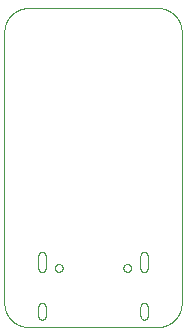
<source format=gbp>
G04 EAGLE Gerber RS-274X export*
G75*
%MOMM*%
%FSLAX34Y34*%
%LPD*%
%INSolder paste bottom*%
%IPPOS*%
%AMOC8*
5,1,8,0,0,1.08239X$1,22.5*%
G01*
%ADD10C,0.000000*%


D10*
X20000Y0D02*
X130000Y0D01*
X130483Y6D01*
X130966Y23D01*
X131449Y53D01*
X131930Y93D01*
X132411Y146D01*
X132890Y210D01*
X133367Y285D01*
X133843Y373D01*
X134316Y471D01*
X134786Y581D01*
X135254Y702D01*
X135719Y835D01*
X136180Y979D01*
X136638Y1134D01*
X137092Y1300D01*
X137542Y1477D01*
X137987Y1664D01*
X138428Y1863D01*
X138864Y2071D01*
X139294Y2291D01*
X139720Y2521D01*
X140139Y2761D01*
X140553Y3011D01*
X140960Y3271D01*
X141361Y3540D01*
X141756Y3820D01*
X142143Y4108D01*
X142524Y4407D01*
X142897Y4714D01*
X143262Y5030D01*
X143620Y5355D01*
X143970Y5688D01*
X144312Y6030D01*
X144645Y6380D01*
X144970Y6738D01*
X145286Y7103D01*
X145593Y7476D01*
X145892Y7857D01*
X146180Y8244D01*
X146460Y8639D01*
X146729Y9040D01*
X146989Y9447D01*
X147239Y9861D01*
X147479Y10280D01*
X147709Y10706D01*
X147929Y11136D01*
X148137Y11572D01*
X148336Y12013D01*
X148523Y12458D01*
X148700Y12908D01*
X148866Y13362D01*
X149021Y13820D01*
X149165Y14281D01*
X149298Y14746D01*
X149419Y15214D01*
X149529Y15684D01*
X149627Y16157D01*
X149715Y16633D01*
X149790Y17110D01*
X149854Y17589D01*
X149907Y18070D01*
X149947Y18551D01*
X149977Y19034D01*
X149994Y19517D01*
X150000Y20000D01*
X150000Y250000D01*
X149994Y250483D01*
X149977Y250966D01*
X149947Y251449D01*
X149907Y251930D01*
X149854Y252411D01*
X149790Y252890D01*
X149715Y253367D01*
X149627Y253843D01*
X149529Y254316D01*
X149419Y254786D01*
X149298Y255254D01*
X149165Y255719D01*
X149021Y256180D01*
X148866Y256638D01*
X148700Y257092D01*
X148523Y257542D01*
X148336Y257987D01*
X148137Y258428D01*
X147929Y258864D01*
X147709Y259294D01*
X147479Y259720D01*
X147239Y260139D01*
X146989Y260553D01*
X146729Y260960D01*
X146460Y261361D01*
X146180Y261756D01*
X145892Y262143D01*
X145593Y262524D01*
X145286Y262897D01*
X144970Y263262D01*
X144645Y263620D01*
X144312Y263970D01*
X143970Y264312D01*
X143620Y264645D01*
X143262Y264970D01*
X142897Y265286D01*
X142524Y265593D01*
X142143Y265892D01*
X141756Y266180D01*
X141361Y266460D01*
X140960Y266729D01*
X140553Y266989D01*
X140139Y267239D01*
X139720Y267479D01*
X139294Y267709D01*
X138864Y267929D01*
X138428Y268137D01*
X137987Y268336D01*
X137542Y268523D01*
X137092Y268700D01*
X136638Y268866D01*
X136180Y269021D01*
X135719Y269165D01*
X135254Y269298D01*
X134786Y269419D01*
X134316Y269529D01*
X133843Y269627D01*
X133367Y269715D01*
X132890Y269790D01*
X132411Y269854D01*
X131930Y269907D01*
X131449Y269947D01*
X130966Y269977D01*
X130483Y269994D01*
X130000Y270000D01*
X20000Y270000D01*
X19517Y269994D01*
X19034Y269977D01*
X18551Y269947D01*
X18070Y269907D01*
X17589Y269854D01*
X17110Y269790D01*
X16633Y269715D01*
X16157Y269627D01*
X15684Y269529D01*
X15214Y269419D01*
X14746Y269298D01*
X14281Y269165D01*
X13820Y269021D01*
X13362Y268866D01*
X12908Y268700D01*
X12458Y268523D01*
X12013Y268336D01*
X11572Y268137D01*
X11136Y267929D01*
X10706Y267709D01*
X10280Y267479D01*
X9861Y267239D01*
X9447Y266989D01*
X9040Y266729D01*
X8639Y266460D01*
X8244Y266180D01*
X7857Y265892D01*
X7476Y265593D01*
X7103Y265286D01*
X6738Y264970D01*
X6380Y264645D01*
X6030Y264312D01*
X5688Y263970D01*
X5355Y263620D01*
X5030Y263262D01*
X4714Y262897D01*
X4407Y262524D01*
X4108Y262143D01*
X3820Y261756D01*
X3540Y261361D01*
X3271Y260960D01*
X3011Y260553D01*
X2761Y260139D01*
X2521Y259720D01*
X2291Y259294D01*
X2071Y258864D01*
X1863Y258428D01*
X1664Y257987D01*
X1477Y257542D01*
X1300Y257092D01*
X1134Y256638D01*
X979Y256180D01*
X835Y255719D01*
X702Y255254D01*
X581Y254786D01*
X471Y254316D01*
X373Y253843D01*
X285Y253367D01*
X210Y252890D01*
X146Y252411D01*
X93Y251930D01*
X53Y251449D01*
X23Y250966D01*
X6Y250483D01*
X0Y250000D01*
X0Y20000D01*
X6Y19517D01*
X23Y19034D01*
X53Y18551D01*
X93Y18070D01*
X146Y17589D01*
X210Y17110D01*
X285Y16633D01*
X373Y16157D01*
X471Y15684D01*
X581Y15214D01*
X702Y14746D01*
X835Y14281D01*
X979Y13820D01*
X1134Y13362D01*
X1300Y12908D01*
X1477Y12458D01*
X1664Y12013D01*
X1863Y11572D01*
X2071Y11136D01*
X2291Y10706D01*
X2521Y10280D01*
X2761Y9861D01*
X3011Y9447D01*
X3271Y9040D01*
X3540Y8639D01*
X3820Y8244D01*
X4108Y7857D01*
X4407Y7476D01*
X4714Y7103D01*
X5030Y6738D01*
X5355Y6380D01*
X5688Y6030D01*
X6030Y5688D01*
X6380Y5355D01*
X6738Y5030D01*
X7103Y4714D01*
X7476Y4407D01*
X7857Y4108D01*
X8244Y3820D01*
X8639Y3540D01*
X9040Y3271D01*
X9447Y3011D01*
X9861Y2761D01*
X10280Y2521D01*
X10706Y2291D01*
X11136Y2071D01*
X11572Y1863D01*
X12013Y1664D01*
X12458Y1477D01*
X12908Y1300D01*
X13362Y1134D01*
X13820Y979D01*
X14281Y835D01*
X14746Y702D01*
X15214Y581D01*
X15684Y471D01*
X16157Y373D01*
X16633Y285D01*
X17110Y210D01*
X17589Y146D01*
X18070Y93D01*
X18551Y53D01*
X19034Y23D01*
X19517Y6D01*
X20000Y0D01*
X42850Y50000D02*
X42852Y50113D01*
X42858Y50227D01*
X42868Y50340D01*
X42882Y50452D01*
X42899Y50564D01*
X42921Y50676D01*
X42947Y50786D01*
X42976Y50896D01*
X43009Y51004D01*
X43046Y51112D01*
X43087Y51217D01*
X43131Y51322D01*
X43179Y51425D01*
X43230Y51526D01*
X43285Y51625D01*
X43344Y51722D01*
X43406Y51817D01*
X43471Y51910D01*
X43539Y52001D01*
X43610Y52089D01*
X43685Y52175D01*
X43762Y52258D01*
X43842Y52338D01*
X43925Y52415D01*
X44011Y52490D01*
X44099Y52561D01*
X44190Y52629D01*
X44283Y52694D01*
X44378Y52756D01*
X44475Y52815D01*
X44574Y52870D01*
X44675Y52921D01*
X44778Y52969D01*
X44883Y53013D01*
X44988Y53054D01*
X45096Y53091D01*
X45204Y53124D01*
X45314Y53153D01*
X45424Y53179D01*
X45536Y53201D01*
X45648Y53218D01*
X45760Y53232D01*
X45873Y53242D01*
X45987Y53248D01*
X46100Y53250D01*
X46213Y53248D01*
X46327Y53242D01*
X46440Y53232D01*
X46552Y53218D01*
X46664Y53201D01*
X46776Y53179D01*
X46886Y53153D01*
X46996Y53124D01*
X47104Y53091D01*
X47212Y53054D01*
X47317Y53013D01*
X47422Y52969D01*
X47525Y52921D01*
X47626Y52870D01*
X47725Y52815D01*
X47822Y52756D01*
X47917Y52694D01*
X48010Y52629D01*
X48101Y52561D01*
X48189Y52490D01*
X48275Y52415D01*
X48358Y52338D01*
X48438Y52258D01*
X48515Y52175D01*
X48590Y52089D01*
X48661Y52001D01*
X48729Y51910D01*
X48794Y51817D01*
X48856Y51722D01*
X48915Y51625D01*
X48970Y51526D01*
X49021Y51425D01*
X49069Y51322D01*
X49113Y51217D01*
X49154Y51112D01*
X49191Y51004D01*
X49224Y50896D01*
X49253Y50786D01*
X49279Y50676D01*
X49301Y50564D01*
X49318Y50452D01*
X49332Y50340D01*
X49342Y50227D01*
X49348Y50113D01*
X49350Y50000D01*
X49348Y49887D01*
X49342Y49773D01*
X49332Y49660D01*
X49318Y49548D01*
X49301Y49436D01*
X49279Y49324D01*
X49253Y49214D01*
X49224Y49104D01*
X49191Y48996D01*
X49154Y48888D01*
X49113Y48783D01*
X49069Y48678D01*
X49021Y48575D01*
X48970Y48474D01*
X48915Y48375D01*
X48856Y48278D01*
X48794Y48183D01*
X48729Y48090D01*
X48661Y47999D01*
X48590Y47911D01*
X48515Y47825D01*
X48438Y47742D01*
X48358Y47662D01*
X48275Y47585D01*
X48189Y47510D01*
X48101Y47439D01*
X48010Y47371D01*
X47917Y47306D01*
X47822Y47244D01*
X47725Y47185D01*
X47626Y47130D01*
X47525Y47079D01*
X47422Y47031D01*
X47317Y46987D01*
X47212Y46946D01*
X47104Y46909D01*
X46996Y46876D01*
X46886Y46847D01*
X46776Y46821D01*
X46664Y46799D01*
X46552Y46782D01*
X46440Y46768D01*
X46327Y46758D01*
X46213Y46752D01*
X46100Y46750D01*
X45987Y46752D01*
X45873Y46758D01*
X45760Y46768D01*
X45648Y46782D01*
X45536Y46799D01*
X45424Y46821D01*
X45314Y46847D01*
X45204Y46876D01*
X45096Y46909D01*
X44988Y46946D01*
X44883Y46987D01*
X44778Y47031D01*
X44675Y47079D01*
X44574Y47130D01*
X44475Y47185D01*
X44378Y47244D01*
X44283Y47306D01*
X44190Y47371D01*
X44099Y47439D01*
X44011Y47510D01*
X43925Y47585D01*
X43842Y47662D01*
X43762Y47742D01*
X43685Y47825D01*
X43610Y47911D01*
X43539Y47999D01*
X43471Y48090D01*
X43406Y48183D01*
X43344Y48278D01*
X43285Y48375D01*
X43230Y48474D01*
X43179Y48575D01*
X43131Y48678D01*
X43087Y48783D01*
X43046Y48888D01*
X43009Y48996D01*
X42976Y49104D01*
X42947Y49214D01*
X42921Y49324D01*
X42899Y49436D01*
X42882Y49548D01*
X42868Y49660D01*
X42858Y49773D01*
X42852Y49887D01*
X42850Y50000D01*
X100650Y50000D02*
X100652Y50113D01*
X100658Y50227D01*
X100668Y50340D01*
X100682Y50452D01*
X100699Y50564D01*
X100721Y50676D01*
X100747Y50786D01*
X100776Y50896D01*
X100809Y51004D01*
X100846Y51112D01*
X100887Y51217D01*
X100931Y51322D01*
X100979Y51425D01*
X101030Y51526D01*
X101085Y51625D01*
X101144Y51722D01*
X101206Y51817D01*
X101271Y51910D01*
X101339Y52001D01*
X101410Y52089D01*
X101485Y52175D01*
X101562Y52258D01*
X101642Y52338D01*
X101725Y52415D01*
X101811Y52490D01*
X101899Y52561D01*
X101990Y52629D01*
X102083Y52694D01*
X102178Y52756D01*
X102275Y52815D01*
X102374Y52870D01*
X102475Y52921D01*
X102578Y52969D01*
X102683Y53013D01*
X102788Y53054D01*
X102896Y53091D01*
X103004Y53124D01*
X103114Y53153D01*
X103224Y53179D01*
X103336Y53201D01*
X103448Y53218D01*
X103560Y53232D01*
X103673Y53242D01*
X103787Y53248D01*
X103900Y53250D01*
X104013Y53248D01*
X104127Y53242D01*
X104240Y53232D01*
X104352Y53218D01*
X104464Y53201D01*
X104576Y53179D01*
X104686Y53153D01*
X104796Y53124D01*
X104904Y53091D01*
X105012Y53054D01*
X105117Y53013D01*
X105222Y52969D01*
X105325Y52921D01*
X105426Y52870D01*
X105525Y52815D01*
X105622Y52756D01*
X105717Y52694D01*
X105810Y52629D01*
X105901Y52561D01*
X105989Y52490D01*
X106075Y52415D01*
X106158Y52338D01*
X106238Y52258D01*
X106315Y52175D01*
X106390Y52089D01*
X106461Y52001D01*
X106529Y51910D01*
X106594Y51817D01*
X106656Y51722D01*
X106715Y51625D01*
X106770Y51526D01*
X106821Y51425D01*
X106869Y51322D01*
X106913Y51217D01*
X106954Y51112D01*
X106991Y51004D01*
X107024Y50896D01*
X107053Y50786D01*
X107079Y50676D01*
X107101Y50564D01*
X107118Y50452D01*
X107132Y50340D01*
X107142Y50227D01*
X107148Y50113D01*
X107150Y50000D01*
X107148Y49887D01*
X107142Y49773D01*
X107132Y49660D01*
X107118Y49548D01*
X107101Y49436D01*
X107079Y49324D01*
X107053Y49214D01*
X107024Y49104D01*
X106991Y48996D01*
X106954Y48888D01*
X106913Y48783D01*
X106869Y48678D01*
X106821Y48575D01*
X106770Y48474D01*
X106715Y48375D01*
X106656Y48278D01*
X106594Y48183D01*
X106529Y48090D01*
X106461Y47999D01*
X106390Y47911D01*
X106315Y47825D01*
X106238Y47742D01*
X106158Y47662D01*
X106075Y47585D01*
X105989Y47510D01*
X105901Y47439D01*
X105810Y47371D01*
X105717Y47306D01*
X105622Y47244D01*
X105525Y47185D01*
X105426Y47130D01*
X105325Y47079D01*
X105222Y47031D01*
X105117Y46987D01*
X105012Y46946D01*
X104904Y46909D01*
X104796Y46876D01*
X104686Y46847D01*
X104576Y46821D01*
X104464Y46799D01*
X104352Y46782D01*
X104240Y46768D01*
X104127Y46758D01*
X104013Y46752D01*
X103900Y46750D01*
X103787Y46752D01*
X103673Y46758D01*
X103560Y46768D01*
X103448Y46782D01*
X103336Y46799D01*
X103224Y46821D01*
X103114Y46847D01*
X103004Y46876D01*
X102896Y46909D01*
X102788Y46946D01*
X102683Y46987D01*
X102578Y47031D01*
X102475Y47079D01*
X102374Y47130D01*
X102275Y47185D01*
X102178Y47244D01*
X102083Y47306D01*
X101990Y47371D01*
X101899Y47439D01*
X101811Y47510D01*
X101725Y47585D01*
X101642Y47662D01*
X101562Y47742D01*
X101485Y47825D01*
X101410Y47911D01*
X101339Y47999D01*
X101271Y48090D01*
X101206Y48183D01*
X101144Y48278D01*
X101085Y48375D01*
X101030Y48474D01*
X100979Y48575D01*
X100931Y48678D01*
X100887Y48783D01*
X100846Y48888D01*
X100809Y48996D01*
X100776Y49104D01*
X100747Y49214D01*
X100721Y49324D01*
X100699Y49436D01*
X100682Y49548D01*
X100668Y49660D01*
X100658Y49773D01*
X100652Y49887D01*
X100650Y50000D01*
X34800Y49500D02*
X34800Y60500D01*
X34800Y49500D02*
X34798Y49393D01*
X34792Y49286D01*
X34783Y49179D01*
X34769Y49073D01*
X34752Y48967D01*
X34731Y48862D01*
X34707Y48758D01*
X34678Y48655D01*
X34646Y48553D01*
X34611Y48452D01*
X34572Y48352D01*
X34529Y48254D01*
X34483Y48157D01*
X34433Y48062D01*
X34380Y47969D01*
X34324Y47878D01*
X34264Y47789D01*
X34202Y47702D01*
X34136Y47618D01*
X34067Y47535D01*
X33996Y47456D01*
X33921Y47379D01*
X33844Y47304D01*
X33765Y47233D01*
X33682Y47164D01*
X33598Y47098D01*
X33511Y47036D01*
X33422Y46976D01*
X33331Y46920D01*
X33238Y46867D01*
X33143Y46817D01*
X33046Y46771D01*
X32948Y46728D01*
X32848Y46689D01*
X32747Y46654D01*
X32645Y46622D01*
X32542Y46593D01*
X32438Y46569D01*
X32333Y46548D01*
X32227Y46531D01*
X32121Y46517D01*
X32014Y46508D01*
X31907Y46502D01*
X31800Y46500D01*
X31693Y46502D01*
X31586Y46508D01*
X31479Y46517D01*
X31373Y46531D01*
X31267Y46548D01*
X31162Y46569D01*
X31058Y46593D01*
X30955Y46622D01*
X30853Y46654D01*
X30752Y46689D01*
X30652Y46728D01*
X30554Y46771D01*
X30457Y46817D01*
X30362Y46867D01*
X30269Y46920D01*
X30178Y46976D01*
X30089Y47036D01*
X30002Y47098D01*
X29918Y47164D01*
X29835Y47233D01*
X29756Y47304D01*
X29679Y47379D01*
X29604Y47456D01*
X29533Y47535D01*
X29464Y47618D01*
X29398Y47702D01*
X29336Y47789D01*
X29276Y47878D01*
X29220Y47969D01*
X29167Y48062D01*
X29117Y48157D01*
X29071Y48254D01*
X29028Y48352D01*
X28989Y48452D01*
X28954Y48553D01*
X28922Y48655D01*
X28893Y48758D01*
X28869Y48862D01*
X28848Y48967D01*
X28831Y49073D01*
X28817Y49179D01*
X28808Y49286D01*
X28802Y49393D01*
X28800Y49500D01*
X28800Y60500D01*
X28802Y60607D01*
X28808Y60714D01*
X28817Y60821D01*
X28831Y60927D01*
X28848Y61033D01*
X28869Y61138D01*
X28893Y61242D01*
X28922Y61345D01*
X28954Y61447D01*
X28989Y61548D01*
X29028Y61648D01*
X29071Y61746D01*
X29117Y61843D01*
X29167Y61938D01*
X29220Y62031D01*
X29276Y62122D01*
X29336Y62211D01*
X29398Y62298D01*
X29464Y62382D01*
X29533Y62465D01*
X29604Y62544D01*
X29679Y62621D01*
X29756Y62696D01*
X29835Y62767D01*
X29918Y62836D01*
X30002Y62902D01*
X30089Y62964D01*
X30178Y63024D01*
X30269Y63080D01*
X30362Y63133D01*
X30457Y63183D01*
X30554Y63229D01*
X30652Y63272D01*
X30752Y63311D01*
X30853Y63346D01*
X30955Y63378D01*
X31058Y63407D01*
X31162Y63431D01*
X31267Y63452D01*
X31373Y63469D01*
X31479Y63483D01*
X31586Y63492D01*
X31693Y63498D01*
X31800Y63500D01*
X31907Y63498D01*
X32014Y63492D01*
X32121Y63483D01*
X32227Y63469D01*
X32333Y63452D01*
X32438Y63431D01*
X32542Y63407D01*
X32645Y63378D01*
X32747Y63346D01*
X32848Y63311D01*
X32948Y63272D01*
X33046Y63229D01*
X33143Y63183D01*
X33238Y63133D01*
X33331Y63080D01*
X33422Y63024D01*
X33511Y62964D01*
X33598Y62902D01*
X33682Y62836D01*
X33765Y62767D01*
X33844Y62696D01*
X33921Y62621D01*
X33996Y62544D01*
X34067Y62465D01*
X34136Y62382D01*
X34202Y62298D01*
X34264Y62211D01*
X34324Y62122D01*
X34380Y62031D01*
X34433Y61938D01*
X34483Y61843D01*
X34529Y61746D01*
X34572Y61648D01*
X34611Y61548D01*
X34646Y61447D01*
X34678Y61345D01*
X34707Y61242D01*
X34731Y61138D01*
X34752Y61033D01*
X34769Y60927D01*
X34783Y60821D01*
X34792Y60714D01*
X34798Y60607D01*
X34800Y60500D01*
X31800Y63500D02*
X31693Y63498D01*
X31586Y63492D01*
X31479Y63483D01*
X31373Y63469D01*
X31267Y63452D01*
X31162Y63431D01*
X31058Y63407D01*
X30955Y63378D01*
X30853Y63346D01*
X30752Y63311D01*
X30652Y63272D01*
X30554Y63229D01*
X30457Y63183D01*
X30362Y63133D01*
X30269Y63080D01*
X30178Y63024D01*
X30089Y62964D01*
X30002Y62902D01*
X29918Y62836D01*
X29835Y62767D01*
X29756Y62696D01*
X29679Y62621D01*
X29604Y62544D01*
X29533Y62465D01*
X29464Y62382D01*
X29398Y62298D01*
X29336Y62211D01*
X29276Y62122D01*
X29220Y62031D01*
X29167Y61938D01*
X29117Y61843D01*
X29071Y61746D01*
X29028Y61648D01*
X28989Y61548D01*
X28954Y61447D01*
X28922Y61345D01*
X28893Y61242D01*
X28869Y61138D01*
X28848Y61033D01*
X28831Y60927D01*
X28817Y60821D01*
X28808Y60714D01*
X28802Y60607D01*
X28800Y60500D01*
X121200Y60500D02*
X121200Y49500D01*
X121198Y49393D01*
X121192Y49286D01*
X121183Y49179D01*
X121169Y49073D01*
X121152Y48967D01*
X121131Y48862D01*
X121107Y48758D01*
X121078Y48655D01*
X121046Y48553D01*
X121011Y48452D01*
X120972Y48352D01*
X120929Y48254D01*
X120883Y48157D01*
X120833Y48062D01*
X120780Y47969D01*
X120724Y47878D01*
X120664Y47789D01*
X120602Y47702D01*
X120536Y47618D01*
X120467Y47535D01*
X120396Y47456D01*
X120321Y47379D01*
X120244Y47304D01*
X120165Y47233D01*
X120082Y47164D01*
X119998Y47098D01*
X119911Y47036D01*
X119822Y46976D01*
X119731Y46920D01*
X119638Y46867D01*
X119543Y46817D01*
X119446Y46771D01*
X119348Y46728D01*
X119248Y46689D01*
X119147Y46654D01*
X119045Y46622D01*
X118942Y46593D01*
X118838Y46569D01*
X118733Y46548D01*
X118627Y46531D01*
X118521Y46517D01*
X118414Y46508D01*
X118307Y46502D01*
X118200Y46500D01*
X118093Y46502D01*
X117986Y46508D01*
X117879Y46517D01*
X117773Y46531D01*
X117667Y46548D01*
X117562Y46569D01*
X117458Y46593D01*
X117355Y46622D01*
X117253Y46654D01*
X117152Y46689D01*
X117052Y46728D01*
X116954Y46771D01*
X116857Y46817D01*
X116762Y46867D01*
X116669Y46920D01*
X116578Y46976D01*
X116489Y47036D01*
X116402Y47098D01*
X116318Y47164D01*
X116235Y47233D01*
X116156Y47304D01*
X116079Y47379D01*
X116004Y47456D01*
X115933Y47535D01*
X115864Y47618D01*
X115798Y47702D01*
X115736Y47789D01*
X115676Y47878D01*
X115620Y47969D01*
X115567Y48062D01*
X115517Y48157D01*
X115471Y48254D01*
X115428Y48352D01*
X115389Y48452D01*
X115354Y48553D01*
X115322Y48655D01*
X115293Y48758D01*
X115269Y48862D01*
X115248Y48967D01*
X115231Y49073D01*
X115217Y49179D01*
X115208Y49286D01*
X115202Y49393D01*
X115200Y49500D01*
X115200Y60500D01*
X115202Y60607D01*
X115208Y60714D01*
X115217Y60821D01*
X115231Y60927D01*
X115248Y61033D01*
X115269Y61138D01*
X115293Y61242D01*
X115322Y61345D01*
X115354Y61447D01*
X115389Y61548D01*
X115428Y61648D01*
X115471Y61746D01*
X115517Y61843D01*
X115567Y61938D01*
X115620Y62031D01*
X115676Y62122D01*
X115736Y62211D01*
X115798Y62298D01*
X115864Y62382D01*
X115933Y62465D01*
X116004Y62544D01*
X116079Y62621D01*
X116156Y62696D01*
X116235Y62767D01*
X116318Y62836D01*
X116402Y62902D01*
X116489Y62964D01*
X116578Y63024D01*
X116669Y63080D01*
X116762Y63133D01*
X116857Y63183D01*
X116954Y63229D01*
X117052Y63272D01*
X117152Y63311D01*
X117253Y63346D01*
X117355Y63378D01*
X117458Y63407D01*
X117562Y63431D01*
X117667Y63452D01*
X117773Y63469D01*
X117879Y63483D01*
X117986Y63492D01*
X118093Y63498D01*
X118200Y63500D01*
X118307Y63498D01*
X118414Y63492D01*
X118521Y63483D01*
X118627Y63469D01*
X118733Y63452D01*
X118838Y63431D01*
X118942Y63407D01*
X119045Y63378D01*
X119147Y63346D01*
X119248Y63311D01*
X119348Y63272D01*
X119446Y63229D01*
X119543Y63183D01*
X119638Y63133D01*
X119731Y63080D01*
X119822Y63024D01*
X119911Y62964D01*
X119998Y62902D01*
X120082Y62836D01*
X120165Y62767D01*
X120244Y62696D01*
X120321Y62621D01*
X120396Y62544D01*
X120467Y62465D01*
X120536Y62382D01*
X120602Y62298D01*
X120664Y62211D01*
X120724Y62122D01*
X120780Y62031D01*
X120833Y61938D01*
X120883Y61843D01*
X120929Y61746D01*
X120972Y61648D01*
X121011Y61548D01*
X121046Y61447D01*
X121078Y61345D01*
X121107Y61242D01*
X121131Y61138D01*
X121152Y61033D01*
X121169Y60927D01*
X121183Y60821D01*
X121192Y60714D01*
X121198Y60607D01*
X121200Y60500D01*
X118200Y63500D02*
X118093Y63498D01*
X117986Y63492D01*
X117879Y63483D01*
X117773Y63469D01*
X117667Y63452D01*
X117562Y63431D01*
X117458Y63407D01*
X117355Y63378D01*
X117253Y63346D01*
X117152Y63311D01*
X117052Y63272D01*
X116954Y63229D01*
X116857Y63183D01*
X116762Y63133D01*
X116669Y63080D01*
X116578Y63024D01*
X116489Y62964D01*
X116402Y62902D01*
X116318Y62836D01*
X116235Y62767D01*
X116156Y62696D01*
X116079Y62621D01*
X116004Y62544D01*
X115933Y62465D01*
X115864Y62382D01*
X115798Y62298D01*
X115736Y62211D01*
X115676Y62122D01*
X115620Y62031D01*
X115567Y61938D01*
X115517Y61843D01*
X115471Y61746D01*
X115428Y61648D01*
X115389Y61548D01*
X115354Y61447D01*
X115322Y61345D01*
X115293Y61242D01*
X115269Y61138D01*
X115248Y61033D01*
X115231Y60927D01*
X115217Y60821D01*
X115208Y60714D01*
X115202Y60607D01*
X115200Y60500D01*
X34800Y17300D02*
X34800Y9300D01*
X34798Y9193D01*
X34792Y9086D01*
X34783Y8979D01*
X34769Y8873D01*
X34752Y8767D01*
X34731Y8662D01*
X34707Y8558D01*
X34678Y8455D01*
X34646Y8353D01*
X34611Y8252D01*
X34572Y8152D01*
X34529Y8054D01*
X34483Y7957D01*
X34433Y7862D01*
X34380Y7769D01*
X34324Y7678D01*
X34264Y7589D01*
X34202Y7502D01*
X34136Y7418D01*
X34067Y7335D01*
X33996Y7256D01*
X33921Y7179D01*
X33844Y7104D01*
X33765Y7033D01*
X33682Y6964D01*
X33598Y6898D01*
X33511Y6836D01*
X33422Y6776D01*
X33331Y6720D01*
X33238Y6667D01*
X33143Y6617D01*
X33046Y6571D01*
X32948Y6528D01*
X32848Y6489D01*
X32747Y6454D01*
X32645Y6422D01*
X32542Y6393D01*
X32438Y6369D01*
X32333Y6348D01*
X32227Y6331D01*
X32121Y6317D01*
X32014Y6308D01*
X31907Y6302D01*
X31800Y6300D01*
X31693Y6302D01*
X31586Y6308D01*
X31479Y6317D01*
X31373Y6331D01*
X31267Y6348D01*
X31162Y6369D01*
X31058Y6393D01*
X30955Y6422D01*
X30853Y6454D01*
X30752Y6489D01*
X30652Y6528D01*
X30554Y6571D01*
X30457Y6617D01*
X30362Y6667D01*
X30269Y6720D01*
X30178Y6776D01*
X30089Y6836D01*
X30002Y6898D01*
X29918Y6964D01*
X29835Y7033D01*
X29756Y7104D01*
X29679Y7179D01*
X29604Y7256D01*
X29533Y7335D01*
X29464Y7418D01*
X29398Y7502D01*
X29336Y7589D01*
X29276Y7678D01*
X29220Y7769D01*
X29167Y7862D01*
X29117Y7957D01*
X29071Y8054D01*
X29028Y8152D01*
X28989Y8252D01*
X28954Y8353D01*
X28922Y8455D01*
X28893Y8558D01*
X28869Y8662D01*
X28848Y8767D01*
X28831Y8873D01*
X28817Y8979D01*
X28808Y9086D01*
X28802Y9193D01*
X28800Y9300D01*
X28800Y17300D01*
X28802Y17407D01*
X28808Y17514D01*
X28817Y17621D01*
X28831Y17727D01*
X28848Y17833D01*
X28869Y17938D01*
X28893Y18042D01*
X28922Y18145D01*
X28954Y18247D01*
X28989Y18348D01*
X29028Y18448D01*
X29071Y18546D01*
X29117Y18643D01*
X29167Y18738D01*
X29220Y18831D01*
X29276Y18922D01*
X29336Y19011D01*
X29398Y19098D01*
X29464Y19182D01*
X29533Y19265D01*
X29604Y19344D01*
X29679Y19421D01*
X29756Y19496D01*
X29835Y19567D01*
X29918Y19636D01*
X30002Y19702D01*
X30089Y19764D01*
X30178Y19824D01*
X30269Y19880D01*
X30362Y19933D01*
X30457Y19983D01*
X30554Y20029D01*
X30652Y20072D01*
X30752Y20111D01*
X30853Y20146D01*
X30955Y20178D01*
X31058Y20207D01*
X31162Y20231D01*
X31267Y20252D01*
X31373Y20269D01*
X31479Y20283D01*
X31586Y20292D01*
X31693Y20298D01*
X31800Y20300D01*
X31907Y20298D01*
X32014Y20292D01*
X32121Y20283D01*
X32227Y20269D01*
X32333Y20252D01*
X32438Y20231D01*
X32542Y20207D01*
X32645Y20178D01*
X32747Y20146D01*
X32848Y20111D01*
X32948Y20072D01*
X33046Y20029D01*
X33143Y19983D01*
X33238Y19933D01*
X33331Y19880D01*
X33422Y19824D01*
X33511Y19764D01*
X33598Y19702D01*
X33682Y19636D01*
X33765Y19567D01*
X33844Y19496D01*
X33921Y19421D01*
X33996Y19344D01*
X34067Y19265D01*
X34136Y19182D01*
X34202Y19098D01*
X34264Y19011D01*
X34324Y18922D01*
X34380Y18831D01*
X34433Y18738D01*
X34483Y18643D01*
X34529Y18546D01*
X34572Y18448D01*
X34611Y18348D01*
X34646Y18247D01*
X34678Y18145D01*
X34707Y18042D01*
X34731Y17938D01*
X34752Y17833D01*
X34769Y17727D01*
X34783Y17621D01*
X34792Y17514D01*
X34798Y17407D01*
X34800Y17300D01*
X31800Y20300D02*
X31693Y20298D01*
X31586Y20292D01*
X31479Y20283D01*
X31373Y20269D01*
X31267Y20252D01*
X31162Y20231D01*
X31058Y20207D01*
X30955Y20178D01*
X30853Y20146D01*
X30752Y20111D01*
X30652Y20072D01*
X30554Y20029D01*
X30457Y19983D01*
X30362Y19933D01*
X30269Y19880D01*
X30178Y19824D01*
X30089Y19764D01*
X30002Y19702D01*
X29918Y19636D01*
X29835Y19567D01*
X29756Y19496D01*
X29679Y19421D01*
X29604Y19344D01*
X29533Y19265D01*
X29464Y19182D01*
X29398Y19098D01*
X29336Y19011D01*
X29276Y18922D01*
X29220Y18831D01*
X29167Y18738D01*
X29117Y18643D01*
X29071Y18546D01*
X29028Y18448D01*
X28989Y18348D01*
X28954Y18247D01*
X28922Y18145D01*
X28893Y18042D01*
X28869Y17938D01*
X28848Y17833D01*
X28831Y17727D01*
X28817Y17621D01*
X28808Y17514D01*
X28802Y17407D01*
X28800Y17300D01*
X121200Y17300D02*
X121200Y9300D01*
X121198Y9193D01*
X121192Y9086D01*
X121183Y8979D01*
X121169Y8873D01*
X121152Y8767D01*
X121131Y8662D01*
X121107Y8558D01*
X121078Y8455D01*
X121046Y8353D01*
X121011Y8252D01*
X120972Y8152D01*
X120929Y8054D01*
X120883Y7957D01*
X120833Y7862D01*
X120780Y7769D01*
X120724Y7678D01*
X120664Y7589D01*
X120602Y7502D01*
X120536Y7418D01*
X120467Y7335D01*
X120396Y7256D01*
X120321Y7179D01*
X120244Y7104D01*
X120165Y7033D01*
X120082Y6964D01*
X119998Y6898D01*
X119911Y6836D01*
X119822Y6776D01*
X119731Y6720D01*
X119638Y6667D01*
X119543Y6617D01*
X119446Y6571D01*
X119348Y6528D01*
X119248Y6489D01*
X119147Y6454D01*
X119045Y6422D01*
X118942Y6393D01*
X118838Y6369D01*
X118733Y6348D01*
X118627Y6331D01*
X118521Y6317D01*
X118414Y6308D01*
X118307Y6302D01*
X118200Y6300D01*
X118093Y6302D01*
X117986Y6308D01*
X117879Y6317D01*
X117773Y6331D01*
X117667Y6348D01*
X117562Y6369D01*
X117458Y6393D01*
X117355Y6422D01*
X117253Y6454D01*
X117152Y6489D01*
X117052Y6528D01*
X116954Y6571D01*
X116857Y6617D01*
X116762Y6667D01*
X116669Y6720D01*
X116578Y6776D01*
X116489Y6836D01*
X116402Y6898D01*
X116318Y6964D01*
X116235Y7033D01*
X116156Y7104D01*
X116079Y7179D01*
X116004Y7256D01*
X115933Y7335D01*
X115864Y7418D01*
X115798Y7502D01*
X115736Y7589D01*
X115676Y7678D01*
X115620Y7769D01*
X115567Y7862D01*
X115517Y7957D01*
X115471Y8054D01*
X115428Y8152D01*
X115389Y8252D01*
X115354Y8353D01*
X115322Y8455D01*
X115293Y8558D01*
X115269Y8662D01*
X115248Y8767D01*
X115231Y8873D01*
X115217Y8979D01*
X115208Y9086D01*
X115202Y9193D01*
X115200Y9300D01*
X115200Y17300D01*
X115202Y17407D01*
X115208Y17514D01*
X115217Y17621D01*
X115231Y17727D01*
X115248Y17833D01*
X115269Y17938D01*
X115293Y18042D01*
X115322Y18145D01*
X115354Y18247D01*
X115389Y18348D01*
X115428Y18448D01*
X115471Y18546D01*
X115517Y18643D01*
X115567Y18738D01*
X115620Y18831D01*
X115676Y18922D01*
X115736Y19011D01*
X115798Y19098D01*
X115864Y19182D01*
X115933Y19265D01*
X116004Y19344D01*
X116079Y19421D01*
X116156Y19496D01*
X116235Y19567D01*
X116318Y19636D01*
X116402Y19702D01*
X116489Y19764D01*
X116578Y19824D01*
X116669Y19880D01*
X116762Y19933D01*
X116857Y19983D01*
X116954Y20029D01*
X117052Y20072D01*
X117152Y20111D01*
X117253Y20146D01*
X117355Y20178D01*
X117458Y20207D01*
X117562Y20231D01*
X117667Y20252D01*
X117773Y20269D01*
X117879Y20283D01*
X117986Y20292D01*
X118093Y20298D01*
X118200Y20300D01*
X118307Y20298D01*
X118414Y20292D01*
X118521Y20283D01*
X118627Y20269D01*
X118733Y20252D01*
X118838Y20231D01*
X118942Y20207D01*
X119045Y20178D01*
X119147Y20146D01*
X119248Y20111D01*
X119348Y20072D01*
X119446Y20029D01*
X119543Y19983D01*
X119638Y19933D01*
X119731Y19880D01*
X119822Y19824D01*
X119911Y19764D01*
X119998Y19702D01*
X120082Y19636D01*
X120165Y19567D01*
X120244Y19496D01*
X120321Y19421D01*
X120396Y19344D01*
X120467Y19265D01*
X120536Y19182D01*
X120602Y19098D01*
X120664Y19011D01*
X120724Y18922D01*
X120780Y18831D01*
X120833Y18738D01*
X120883Y18643D01*
X120929Y18546D01*
X120972Y18448D01*
X121011Y18348D01*
X121046Y18247D01*
X121078Y18145D01*
X121107Y18042D01*
X121131Y17938D01*
X121152Y17833D01*
X121169Y17727D01*
X121183Y17621D01*
X121192Y17514D01*
X121198Y17407D01*
X121200Y17300D01*
X118200Y20300D02*
X118093Y20298D01*
X117986Y20292D01*
X117879Y20283D01*
X117773Y20269D01*
X117667Y20252D01*
X117562Y20231D01*
X117458Y20207D01*
X117355Y20178D01*
X117253Y20146D01*
X117152Y20111D01*
X117052Y20072D01*
X116954Y20029D01*
X116857Y19983D01*
X116762Y19933D01*
X116669Y19880D01*
X116578Y19824D01*
X116489Y19764D01*
X116402Y19702D01*
X116318Y19636D01*
X116235Y19567D01*
X116156Y19496D01*
X116079Y19421D01*
X116004Y19344D01*
X115933Y19265D01*
X115864Y19182D01*
X115798Y19098D01*
X115736Y19011D01*
X115676Y18922D01*
X115620Y18831D01*
X115567Y18738D01*
X115517Y18643D01*
X115471Y18546D01*
X115428Y18448D01*
X115389Y18348D01*
X115354Y18247D01*
X115322Y18145D01*
X115293Y18042D01*
X115269Y17938D01*
X115248Y17833D01*
X115231Y17727D01*
X115217Y17621D01*
X115208Y17514D01*
X115202Y17407D01*
X115200Y17300D01*
M02*

</source>
